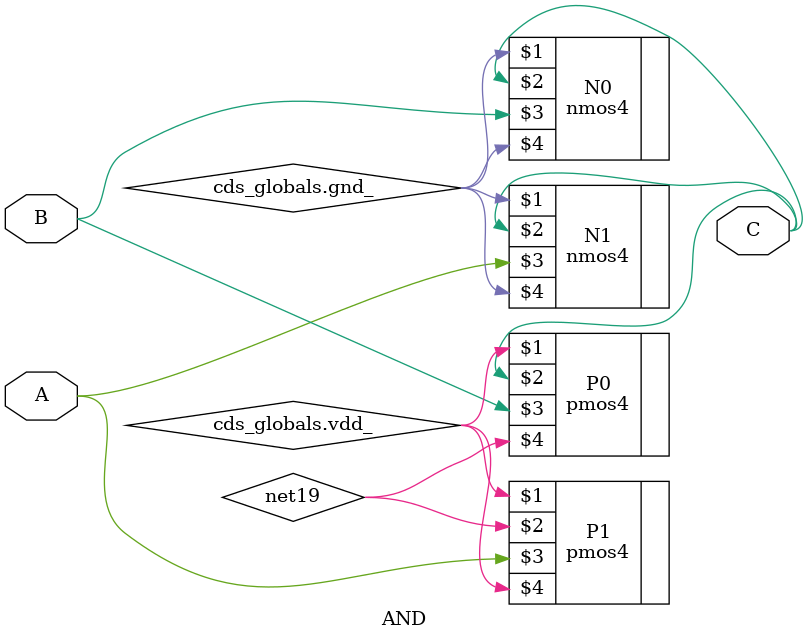
<source format=v>
`timescale 1ns / 1ns 

module AND ( C, A, B );
output  C;

input  A, B;


specify 
    specparam CDS_LIBNAME  = "shifter_testing";
    specparam CDS_CELLNAME = "AND";
    specparam CDS_VIEWNAME = "schematic";
endspecify

nmos4 N1 ( cds_globals.gnd_, C, A, cds_globals.gnd_);
nmos4 N0 ( cds_globals.gnd_, C, B, cds_globals.gnd_);
pmos4 P1 ( cds_globals.vdd_, net19, A, cds_globals.vdd_);
pmos4 P0 ( cds_globals.vdd_, C, B, net19);

endmodule

</source>
